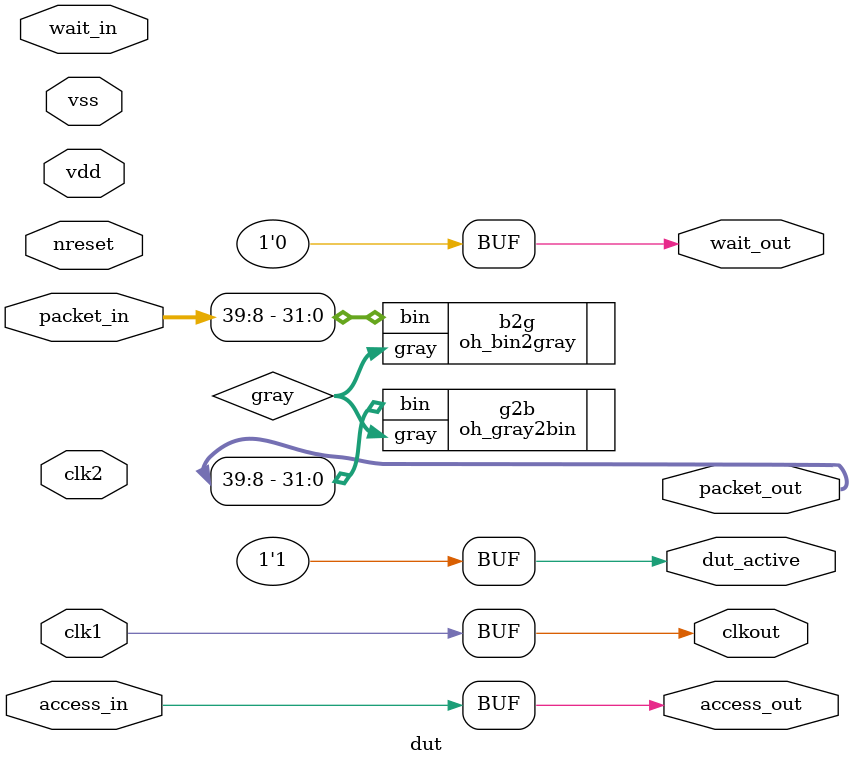
<source format=v>
module dut(/*AUTOARG*/
   // Outputs
   dut_active, clkout, wait_out, access_out, packet_out,
   // Inputs
   clk1, clk2, nreset, vdd, vss, access_in, packet_in, wait_in
   );

   parameter N  = 1;
   parameter PW = 104;
      
   //clock, reset
   input            clk1;
   input            clk2;
   input            nreset;
   input [N*N-1:0]  vdd;
   input 	    vss;
   output 	    dut_active;
   output 	    clkout;
   
   //Stimulus Driven Transaction
   input [N-1:0]     access_in;
   input [N*PW-1:0]  packet_in;
   output [N-1:0]    wait_out;

   //DUT driven transactoin
   output [N-1:0]    access_out;
   output [N*PW-1:0] packet_out;
   input [N-1:0]     wait_in;

   /*AUTOINPUT*/
   /*AUTOOUTPUT*/
   /*AUTOWIRE*/

   wire [31:0] 	     gray;
   
   //tie offs for Dv
   assign dut_active = 1'b1;
   assign wait_out   = 1'b0;
   assign clkout     = clk1;
   assign access_out = access_in;
   
   //convert binary to gray
   oh_bin2gray #(.DW(32))
   b2g (.gray (gray[31:0]),
	.bin  (packet_in[39:8]));
   
   //convert gray back to binary
   oh_gray2bin #(.DW(32))
   g2b(.bin  (packet_out[39:8]),
       .gray (gray[31:0]));

   //check for error
   assign error = |(packet_in[39:8] ^ packet_out[39:8]);
   
endmodule // dut

// Local Variables:
// verilog-library-directories:("." "../hdl" "../../emesh/dv" "../../emesh/hdl")
// End:


</source>
